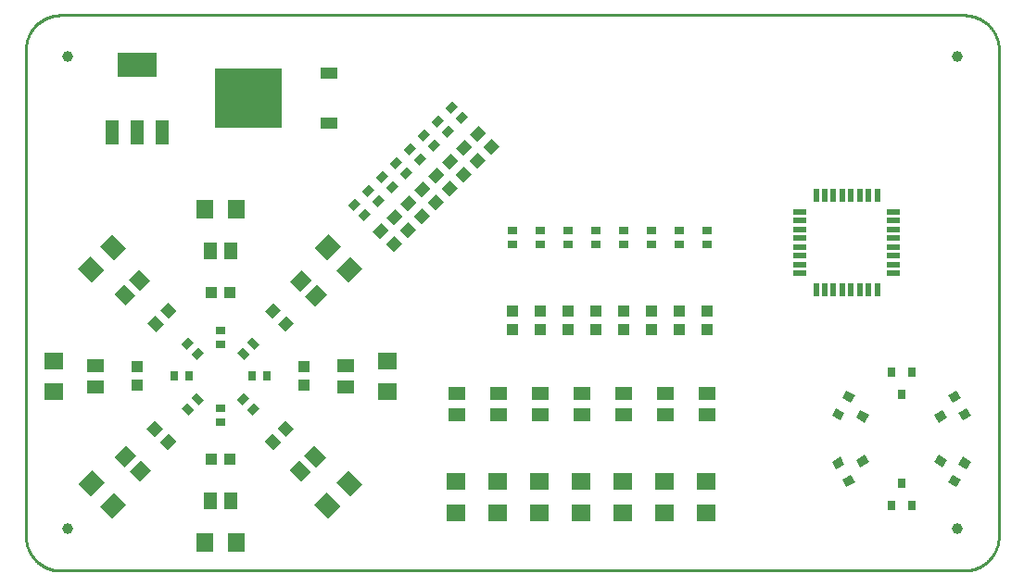
<source format=gbl>
G75*
%MOIN*%
%OFA0B0*%
%FSLAX25Y25*%
%IPPOS*%
%LPD*%
%AMOC8*
5,1,8,0,0,1.08239X$1,22.5*
%
%ADD10C,0.01000*%
%ADD11R,0.04800X0.08800*%
%ADD12R,0.14173X0.08661*%
%ADD13R,0.03150X0.03543*%
%ADD14R,0.06299X0.07098*%
%ADD15R,0.05118X0.05906*%
%ADD16R,0.03937X0.04331*%
%ADD17R,0.02756X0.03543*%
%ADD18R,0.07098X0.06299*%
%ADD19R,0.05906X0.05118*%
%ADD20R,0.04331X0.03937*%
%ADD21R,0.03543X0.02756*%
%ADD22C,0.03937*%
%ADD23R,0.05000X0.02200*%
%ADD24R,0.02200X0.05000*%
%ADD25R,0.06299X0.03937*%
%ADD26R,0.24409X0.21260*%
D10*
X0014000Y0001750D02*
X0339000Y0001750D01*
X0339302Y0001754D01*
X0339604Y0001765D01*
X0339905Y0001783D01*
X0340206Y0001808D01*
X0340507Y0001841D01*
X0340806Y0001881D01*
X0341104Y0001928D01*
X0341402Y0001983D01*
X0341697Y0002044D01*
X0341991Y0002113D01*
X0342284Y0002189D01*
X0342574Y0002272D01*
X0342863Y0002362D01*
X0343149Y0002459D01*
X0343433Y0002562D01*
X0343714Y0002673D01*
X0343992Y0002790D01*
X0344268Y0002914D01*
X0344540Y0003045D01*
X0344809Y0003182D01*
X0345075Y0003325D01*
X0345337Y0003475D01*
X0345596Y0003632D01*
X0345850Y0003794D01*
X0346101Y0003963D01*
X0346347Y0004137D01*
X0346590Y0004318D01*
X0346827Y0004504D01*
X0347061Y0004696D01*
X0347289Y0004894D01*
X0347513Y0005097D01*
X0347731Y0005305D01*
X0347945Y0005519D01*
X0348153Y0005737D01*
X0348356Y0005961D01*
X0348554Y0006189D01*
X0348746Y0006423D01*
X0348932Y0006660D01*
X0349113Y0006903D01*
X0349287Y0007149D01*
X0349456Y0007400D01*
X0349618Y0007654D01*
X0349775Y0007913D01*
X0349925Y0008175D01*
X0350068Y0008441D01*
X0350205Y0008710D01*
X0350336Y0008982D01*
X0350460Y0009258D01*
X0350577Y0009536D01*
X0350688Y0009817D01*
X0350791Y0010101D01*
X0350888Y0010387D01*
X0350978Y0010676D01*
X0351061Y0010966D01*
X0351137Y0011259D01*
X0351206Y0011553D01*
X0351267Y0011848D01*
X0351322Y0012146D01*
X0351369Y0012444D01*
X0351409Y0012743D01*
X0351442Y0013044D01*
X0351467Y0013345D01*
X0351485Y0013646D01*
X0351496Y0013948D01*
X0351500Y0014250D01*
X0351500Y0189250D01*
X0351496Y0189552D01*
X0351485Y0189854D01*
X0351467Y0190155D01*
X0351442Y0190456D01*
X0351409Y0190757D01*
X0351369Y0191056D01*
X0351322Y0191354D01*
X0351267Y0191652D01*
X0351206Y0191947D01*
X0351137Y0192241D01*
X0351061Y0192534D01*
X0350978Y0192824D01*
X0350888Y0193113D01*
X0350791Y0193399D01*
X0350688Y0193683D01*
X0350577Y0193964D01*
X0350460Y0194242D01*
X0350336Y0194518D01*
X0350205Y0194790D01*
X0350068Y0195059D01*
X0349925Y0195325D01*
X0349775Y0195587D01*
X0349618Y0195846D01*
X0349456Y0196100D01*
X0349287Y0196351D01*
X0349113Y0196597D01*
X0348932Y0196840D01*
X0348746Y0197077D01*
X0348554Y0197311D01*
X0348356Y0197539D01*
X0348153Y0197763D01*
X0347945Y0197981D01*
X0347731Y0198195D01*
X0347513Y0198403D01*
X0347289Y0198606D01*
X0347061Y0198804D01*
X0346827Y0198996D01*
X0346590Y0199182D01*
X0346347Y0199363D01*
X0346101Y0199537D01*
X0345850Y0199706D01*
X0345596Y0199868D01*
X0345337Y0200025D01*
X0345075Y0200175D01*
X0344809Y0200318D01*
X0344540Y0200455D01*
X0344268Y0200586D01*
X0343992Y0200710D01*
X0343714Y0200827D01*
X0343433Y0200938D01*
X0343149Y0201041D01*
X0342863Y0201138D01*
X0342574Y0201228D01*
X0342284Y0201311D01*
X0341991Y0201387D01*
X0341697Y0201456D01*
X0341402Y0201517D01*
X0341104Y0201572D01*
X0340806Y0201619D01*
X0340507Y0201659D01*
X0340206Y0201692D01*
X0339905Y0201717D01*
X0339604Y0201735D01*
X0339302Y0201746D01*
X0339000Y0201750D01*
X0014000Y0201750D01*
X0013698Y0201746D01*
X0013396Y0201735D01*
X0013095Y0201717D01*
X0012794Y0201692D01*
X0012493Y0201659D01*
X0012194Y0201619D01*
X0011896Y0201572D01*
X0011598Y0201517D01*
X0011303Y0201456D01*
X0011009Y0201387D01*
X0010716Y0201311D01*
X0010426Y0201228D01*
X0010137Y0201138D01*
X0009851Y0201041D01*
X0009567Y0200938D01*
X0009286Y0200827D01*
X0009008Y0200710D01*
X0008732Y0200586D01*
X0008460Y0200455D01*
X0008191Y0200318D01*
X0007925Y0200175D01*
X0007663Y0200025D01*
X0007404Y0199868D01*
X0007150Y0199706D01*
X0006899Y0199537D01*
X0006653Y0199363D01*
X0006410Y0199182D01*
X0006173Y0198996D01*
X0005939Y0198804D01*
X0005711Y0198606D01*
X0005487Y0198403D01*
X0005269Y0198195D01*
X0005055Y0197981D01*
X0004847Y0197763D01*
X0004644Y0197539D01*
X0004446Y0197311D01*
X0004254Y0197077D01*
X0004068Y0196840D01*
X0003887Y0196597D01*
X0003713Y0196351D01*
X0003544Y0196100D01*
X0003382Y0195846D01*
X0003225Y0195587D01*
X0003075Y0195325D01*
X0002932Y0195059D01*
X0002795Y0194790D01*
X0002664Y0194518D01*
X0002540Y0194242D01*
X0002423Y0193964D01*
X0002312Y0193683D01*
X0002209Y0193399D01*
X0002112Y0193113D01*
X0002022Y0192824D01*
X0001939Y0192534D01*
X0001863Y0192241D01*
X0001794Y0191947D01*
X0001733Y0191652D01*
X0001678Y0191354D01*
X0001631Y0191056D01*
X0001591Y0190757D01*
X0001558Y0190456D01*
X0001533Y0190155D01*
X0001515Y0189854D01*
X0001504Y0189552D01*
X0001500Y0189250D01*
X0001500Y0014250D01*
X0001504Y0013948D01*
X0001515Y0013646D01*
X0001533Y0013345D01*
X0001558Y0013044D01*
X0001591Y0012743D01*
X0001631Y0012444D01*
X0001678Y0012146D01*
X0001733Y0011848D01*
X0001794Y0011553D01*
X0001863Y0011259D01*
X0001939Y0010966D01*
X0002022Y0010676D01*
X0002112Y0010387D01*
X0002209Y0010101D01*
X0002312Y0009817D01*
X0002423Y0009536D01*
X0002540Y0009258D01*
X0002664Y0008982D01*
X0002795Y0008710D01*
X0002932Y0008441D01*
X0003075Y0008175D01*
X0003225Y0007913D01*
X0003382Y0007654D01*
X0003544Y0007400D01*
X0003713Y0007149D01*
X0003887Y0006903D01*
X0004068Y0006660D01*
X0004254Y0006423D01*
X0004446Y0006189D01*
X0004644Y0005961D01*
X0004847Y0005737D01*
X0005055Y0005519D01*
X0005269Y0005305D01*
X0005487Y0005097D01*
X0005711Y0004894D01*
X0005939Y0004696D01*
X0006173Y0004504D01*
X0006410Y0004318D01*
X0006653Y0004137D01*
X0006899Y0003963D01*
X0007150Y0003794D01*
X0007404Y0003632D01*
X0007663Y0003475D01*
X0007925Y0003325D01*
X0008191Y0003182D01*
X0008460Y0003045D01*
X0008732Y0002914D01*
X0009008Y0002790D01*
X0009286Y0002673D01*
X0009567Y0002562D01*
X0009851Y0002459D01*
X0010137Y0002362D01*
X0010426Y0002272D01*
X0010716Y0002189D01*
X0011009Y0002113D01*
X0011303Y0002044D01*
X0011598Y0001983D01*
X0011896Y0001928D01*
X0012194Y0001881D01*
X0012493Y0001841D01*
X0012794Y0001808D01*
X0013095Y0001783D01*
X0013396Y0001765D01*
X0013698Y0001754D01*
X0014000Y0001750D01*
D11*
X0032400Y0159550D03*
X0041500Y0159550D03*
X0050600Y0159550D03*
D12*
X0041500Y0183951D03*
D13*
G36*
X0296041Y0058457D02*
X0294466Y0055730D01*
X0291399Y0057501D01*
X0292974Y0060228D01*
X0296041Y0058457D01*
G37*
G36*
X0304731Y0057759D02*
X0303156Y0055032D01*
X0300089Y0056803D01*
X0301664Y0059530D01*
X0304731Y0057759D01*
G37*
G36*
X0299782Y0064936D02*
X0298207Y0062209D01*
X0295140Y0063980D01*
X0296715Y0066707D01*
X0299782Y0064936D01*
G37*
X0312760Y0073187D03*
X0320240Y0073187D03*
X0316500Y0065313D03*
G36*
X0329844Y0055032D02*
X0328269Y0057759D01*
X0331336Y0059530D01*
X0332911Y0056803D01*
X0329844Y0055032D01*
G37*
G36*
X0338534Y0055730D02*
X0336959Y0058457D01*
X0340026Y0060228D01*
X0341601Y0057501D01*
X0338534Y0055730D01*
G37*
G36*
X0334793Y0062209D02*
X0333218Y0064936D01*
X0336285Y0066707D01*
X0337860Y0063980D01*
X0334793Y0062209D01*
G37*
G36*
X0328269Y0040741D02*
X0329844Y0043468D01*
X0332911Y0041697D01*
X0331336Y0038970D01*
X0328269Y0040741D01*
G37*
G36*
X0333218Y0033564D02*
X0334793Y0036291D01*
X0337860Y0034520D01*
X0336285Y0031793D01*
X0333218Y0033564D01*
G37*
G36*
X0336959Y0040043D02*
X0338534Y0042770D01*
X0341601Y0040999D01*
X0340026Y0038272D01*
X0336959Y0040043D01*
G37*
X0316500Y0033187D03*
X0312760Y0025313D03*
X0320240Y0025313D03*
G36*
X0298207Y0036291D02*
X0299782Y0033564D01*
X0296715Y0031793D01*
X0295140Y0034520D01*
X0298207Y0036291D01*
G37*
G36*
X0294466Y0042770D02*
X0296041Y0040043D01*
X0292974Y0038272D01*
X0291399Y0040999D01*
X0294466Y0042770D01*
G37*
G36*
X0303156Y0043468D02*
X0304731Y0040741D01*
X0301664Y0038970D01*
X0300089Y0041697D01*
X0303156Y0043468D01*
G37*
D14*
G36*
X0122695Y0032927D02*
X0118241Y0028473D01*
X0113223Y0033491D01*
X0117677Y0037945D01*
X0122695Y0032927D01*
G37*
G36*
X0114777Y0025009D02*
X0110323Y0020555D01*
X0105305Y0025573D01*
X0109759Y0030027D01*
X0114777Y0025009D01*
G37*
X0077098Y0011750D03*
X0065902Y0011750D03*
G36*
X0032677Y0020555D02*
X0028223Y0025009D01*
X0033241Y0030027D01*
X0037695Y0025573D01*
X0032677Y0020555D01*
G37*
G36*
X0024759Y0028473D02*
X0020305Y0032927D01*
X0025323Y0037945D01*
X0029777Y0033491D01*
X0024759Y0028473D01*
G37*
G36*
X0020305Y0110573D02*
X0024759Y0115027D01*
X0029777Y0110009D01*
X0025323Y0105555D01*
X0020305Y0110573D01*
G37*
G36*
X0028223Y0118491D02*
X0032677Y0122945D01*
X0037695Y0117927D01*
X0033241Y0113473D01*
X0028223Y0118491D01*
G37*
X0065902Y0131750D03*
X0077098Y0131750D03*
G36*
X0110323Y0122945D02*
X0114777Y0118491D01*
X0109759Y0113473D01*
X0105305Y0117927D01*
X0110323Y0122945D01*
G37*
G36*
X0118241Y0115027D02*
X0122695Y0110573D01*
X0117677Y0105555D01*
X0113223Y0110009D01*
X0118241Y0115027D01*
G37*
D15*
G36*
X0100292Y0102212D02*
X0096673Y0105831D01*
X0100848Y0110006D01*
X0104467Y0106387D01*
X0100292Y0102212D01*
G37*
G36*
X0105581Y0096923D02*
X0101962Y0100542D01*
X0106137Y0104717D01*
X0109756Y0101098D01*
X0105581Y0096923D01*
G37*
X0075240Y0116750D03*
X0067760Y0116750D03*
G36*
X0038533Y0106637D02*
X0042152Y0110256D01*
X0046327Y0106081D01*
X0042708Y0102462D01*
X0038533Y0106637D01*
G37*
G36*
X0033244Y0101348D02*
X0036863Y0104967D01*
X0041038Y0100792D01*
X0037419Y0097173D01*
X0033244Y0101348D01*
G37*
G36*
X0037669Y0046827D02*
X0041288Y0043208D01*
X0037113Y0039033D01*
X0033494Y0042652D01*
X0037669Y0046827D01*
G37*
G36*
X0042958Y0041538D02*
X0046577Y0037919D01*
X0042402Y0033744D01*
X0038783Y0037363D01*
X0042958Y0041538D01*
G37*
X0067760Y0026750D03*
X0075240Y0026750D03*
G36*
X0104217Y0037363D02*
X0100598Y0033744D01*
X0096423Y0037919D01*
X0100042Y0041538D01*
X0104217Y0037363D01*
G37*
G36*
X0109506Y0042652D02*
X0105887Y0039033D01*
X0101712Y0043208D01*
X0105331Y0046827D01*
X0109506Y0042652D01*
G37*
D16*
G36*
X0098038Y0052727D02*
X0095255Y0049944D01*
X0092194Y0053005D01*
X0094977Y0055788D01*
X0098038Y0052727D01*
G37*
G36*
X0093306Y0047995D02*
X0090523Y0045212D01*
X0087462Y0048273D01*
X0090245Y0051056D01*
X0093306Y0047995D01*
G37*
X0074846Y0041750D03*
X0068154Y0041750D03*
G36*
X0052477Y0045212D02*
X0049694Y0047995D01*
X0052755Y0051056D01*
X0055538Y0048273D01*
X0052477Y0045212D01*
G37*
G36*
X0047745Y0049944D02*
X0044962Y0052727D01*
X0048023Y0055788D01*
X0050806Y0053005D01*
X0047745Y0049944D01*
G37*
G36*
X0045212Y0090773D02*
X0047995Y0093556D01*
X0051056Y0090495D01*
X0048273Y0087712D01*
X0045212Y0090773D01*
G37*
G36*
X0049944Y0095505D02*
X0052727Y0098288D01*
X0055788Y0095227D01*
X0053005Y0092444D01*
X0049944Y0095505D01*
G37*
X0068154Y0101750D03*
X0074846Y0101750D03*
G36*
X0090523Y0098288D02*
X0093306Y0095505D01*
X0090245Y0092444D01*
X0087462Y0095227D01*
X0090523Y0098288D01*
G37*
G36*
X0095255Y0093556D02*
X0098038Y0090773D01*
X0094977Y0087712D01*
X0092194Y0090495D01*
X0095255Y0093556D01*
G37*
G36*
X0134005Y0122306D02*
X0136788Y0119523D01*
X0133727Y0116462D01*
X0130944Y0119245D01*
X0134005Y0122306D01*
G37*
G36*
X0129273Y0127038D02*
X0132056Y0124255D01*
X0128995Y0121194D01*
X0126212Y0123977D01*
X0129273Y0127038D01*
G37*
G36*
X0134273Y0132038D02*
X0137056Y0129255D01*
X0133995Y0126194D01*
X0131212Y0128977D01*
X0134273Y0132038D01*
G37*
G36*
X0139273Y0137038D02*
X0142056Y0134255D01*
X0138995Y0131194D01*
X0136212Y0133977D01*
X0139273Y0137038D01*
G37*
G36*
X0144273Y0142038D02*
X0147056Y0139255D01*
X0143995Y0136194D01*
X0141212Y0138977D01*
X0144273Y0142038D01*
G37*
G36*
X0149273Y0147038D02*
X0152056Y0144255D01*
X0148995Y0141194D01*
X0146212Y0143977D01*
X0149273Y0147038D01*
G37*
G36*
X0154273Y0152038D02*
X0157056Y0149255D01*
X0153995Y0146194D01*
X0151212Y0148977D01*
X0154273Y0152038D01*
G37*
G36*
X0159273Y0157038D02*
X0162056Y0154255D01*
X0158995Y0151194D01*
X0156212Y0153977D01*
X0159273Y0157038D01*
G37*
G36*
X0164273Y0162038D02*
X0167056Y0159255D01*
X0163995Y0156194D01*
X0161212Y0158977D01*
X0164273Y0162038D01*
G37*
G36*
X0169005Y0157306D02*
X0171788Y0154523D01*
X0168727Y0151462D01*
X0165944Y0154245D01*
X0169005Y0157306D01*
G37*
G36*
X0164005Y0152306D02*
X0166788Y0149523D01*
X0163727Y0146462D01*
X0160944Y0149245D01*
X0164005Y0152306D01*
G37*
G36*
X0159005Y0147306D02*
X0161788Y0144523D01*
X0158727Y0141462D01*
X0155944Y0144245D01*
X0159005Y0147306D01*
G37*
G36*
X0154005Y0142306D02*
X0156788Y0139523D01*
X0153727Y0136462D01*
X0150944Y0139245D01*
X0154005Y0142306D01*
G37*
G36*
X0149005Y0137306D02*
X0151788Y0134523D01*
X0148727Y0131462D01*
X0145944Y0134245D01*
X0149005Y0137306D01*
G37*
G36*
X0144005Y0132306D02*
X0146788Y0129523D01*
X0143727Y0126462D01*
X0140944Y0129245D01*
X0144005Y0132306D01*
G37*
G36*
X0139005Y0127306D02*
X0141788Y0124523D01*
X0138727Y0121462D01*
X0135944Y0124245D01*
X0139005Y0127306D01*
G37*
D17*
G36*
X0128033Y0132714D02*
X0126084Y0134663D01*
X0128587Y0137166D01*
X0130536Y0135217D01*
X0128033Y0132714D01*
G37*
G36*
X0123033Y0127714D02*
X0121084Y0129663D01*
X0123587Y0132166D01*
X0125536Y0130217D01*
X0123033Y0127714D01*
G37*
G36*
X0119413Y0131334D02*
X0117464Y0133283D01*
X0119967Y0135786D01*
X0121916Y0133837D01*
X0119413Y0131334D01*
G37*
G36*
X0124413Y0136334D02*
X0122464Y0138283D01*
X0124967Y0140786D01*
X0126916Y0138837D01*
X0124413Y0136334D01*
G37*
G36*
X0133033Y0137714D02*
X0131084Y0139663D01*
X0133587Y0142166D01*
X0135536Y0140217D01*
X0133033Y0137714D01*
G37*
G36*
X0129413Y0141334D02*
X0127464Y0143283D01*
X0129967Y0145786D01*
X0131916Y0143837D01*
X0129413Y0141334D01*
G37*
G36*
X0138033Y0142714D02*
X0136084Y0144663D01*
X0138587Y0147166D01*
X0140536Y0145217D01*
X0138033Y0142714D01*
G37*
G36*
X0134413Y0146334D02*
X0132464Y0148283D01*
X0134967Y0150786D01*
X0136916Y0148837D01*
X0134413Y0146334D01*
G37*
G36*
X0143033Y0147714D02*
X0141084Y0149663D01*
X0143587Y0152166D01*
X0145536Y0150217D01*
X0143033Y0147714D01*
G37*
G36*
X0139413Y0151334D02*
X0137464Y0153283D01*
X0139967Y0155786D01*
X0141916Y0153837D01*
X0139413Y0151334D01*
G37*
G36*
X0148033Y0152714D02*
X0146084Y0154663D01*
X0148587Y0157166D01*
X0150536Y0155217D01*
X0148033Y0152714D01*
G37*
G36*
X0144413Y0156334D02*
X0142464Y0158283D01*
X0144967Y0160786D01*
X0146916Y0158837D01*
X0144413Y0156334D01*
G37*
G36*
X0153033Y0157714D02*
X0151084Y0159663D01*
X0153587Y0162166D01*
X0155536Y0160217D01*
X0153033Y0157714D01*
G37*
G36*
X0149413Y0161334D02*
X0147464Y0163283D01*
X0149967Y0165786D01*
X0151916Y0163837D01*
X0149413Y0161334D01*
G37*
G36*
X0158033Y0162714D02*
X0156084Y0164663D01*
X0158587Y0167166D01*
X0160536Y0165217D01*
X0158033Y0162714D01*
G37*
G36*
X0154413Y0166334D02*
X0152464Y0168283D01*
X0154967Y0170786D01*
X0156916Y0168837D01*
X0154413Y0166334D01*
G37*
G36*
X0081084Y0083837D02*
X0083033Y0085786D01*
X0085536Y0083283D01*
X0083587Y0081334D01*
X0081084Y0083837D01*
G37*
G36*
X0077464Y0080217D02*
X0079413Y0082166D01*
X0081916Y0079663D01*
X0079967Y0077714D01*
X0077464Y0080217D01*
G37*
X0082941Y0071750D03*
X0088059Y0071750D03*
G36*
X0079967Y0065786D02*
X0081916Y0063837D01*
X0079413Y0061334D01*
X0077464Y0063283D01*
X0079967Y0065786D01*
G37*
G36*
X0083587Y0062166D02*
X0085536Y0060217D01*
X0083033Y0057714D01*
X0081084Y0059663D01*
X0083587Y0062166D01*
G37*
G36*
X0061084Y0063837D02*
X0063033Y0065786D01*
X0065536Y0063283D01*
X0063587Y0061334D01*
X0061084Y0063837D01*
G37*
G36*
X0057464Y0060217D02*
X0059413Y0062166D01*
X0061916Y0059663D01*
X0059967Y0057714D01*
X0057464Y0060217D01*
G37*
X0054941Y0071750D03*
X0060059Y0071750D03*
G36*
X0063587Y0082166D02*
X0065536Y0080217D01*
X0063033Y0077714D01*
X0061084Y0079663D01*
X0063587Y0082166D01*
G37*
G36*
X0059967Y0085786D02*
X0061916Y0083837D01*
X0059413Y0081334D01*
X0057464Y0083283D01*
X0059967Y0085786D01*
G37*
D18*
X0011500Y0077348D03*
X0011500Y0066152D03*
X0131500Y0066152D03*
X0131500Y0077348D03*
X0156250Y0033848D03*
X0171250Y0033848D03*
X0186250Y0033848D03*
X0186250Y0022652D03*
X0171250Y0022652D03*
X0156250Y0022652D03*
X0201250Y0022652D03*
X0216250Y0022652D03*
X0231250Y0022652D03*
X0246250Y0022652D03*
X0246250Y0033848D03*
X0231250Y0033848D03*
X0216250Y0033848D03*
X0201250Y0033848D03*
D19*
X0201500Y0058010D03*
X0201500Y0065490D03*
X0216500Y0065490D03*
X0216500Y0058010D03*
X0231500Y0058010D03*
X0231500Y0065490D03*
X0246500Y0065490D03*
X0246500Y0058010D03*
X0186500Y0058010D03*
X0186500Y0065490D03*
X0171500Y0065490D03*
X0171500Y0058010D03*
X0156500Y0058010D03*
X0156500Y0065490D03*
X0116500Y0068010D03*
X0116500Y0075490D03*
X0026500Y0075490D03*
X0026500Y0068010D03*
D20*
X0041500Y0068404D03*
X0041500Y0075096D03*
X0101500Y0075096D03*
X0101500Y0068404D03*
X0176500Y0088404D03*
X0186500Y0088404D03*
X0186500Y0095096D03*
X0176500Y0095096D03*
X0196500Y0095096D03*
X0196500Y0088404D03*
X0206500Y0088404D03*
X0206500Y0095096D03*
X0216500Y0095096D03*
X0216500Y0088404D03*
X0226500Y0088404D03*
X0236500Y0088404D03*
X0236500Y0095096D03*
X0226500Y0095096D03*
X0246500Y0095096D03*
X0246500Y0088404D03*
D21*
X0246500Y0119191D03*
X0246500Y0124309D03*
X0236500Y0124309D03*
X0226500Y0124309D03*
X0226500Y0119191D03*
X0236500Y0119191D03*
X0216500Y0119191D03*
X0216500Y0124309D03*
X0206500Y0124309D03*
X0206500Y0119191D03*
X0196500Y0119191D03*
X0196500Y0124309D03*
X0186500Y0124309D03*
X0176500Y0124309D03*
X0176500Y0119191D03*
X0186500Y0119191D03*
X0071500Y0088309D03*
X0071500Y0083191D03*
X0071500Y0060309D03*
X0071500Y0055191D03*
D22*
X0016500Y0016750D03*
X0016500Y0186750D03*
X0336500Y0186750D03*
X0336500Y0016750D03*
D23*
X0313676Y0108837D03*
X0313676Y0111986D03*
X0313676Y0115136D03*
X0313676Y0118285D03*
X0313676Y0121435D03*
X0313676Y0124585D03*
X0313676Y0127734D03*
X0313676Y0130884D03*
X0279876Y0130884D03*
X0279876Y0127734D03*
X0279876Y0124585D03*
X0279876Y0121435D03*
X0279876Y0118285D03*
X0279876Y0115136D03*
X0279876Y0111986D03*
X0279876Y0108837D03*
D24*
X0285752Y0102960D03*
X0288902Y0102960D03*
X0292051Y0102960D03*
X0295201Y0102960D03*
X0298350Y0102960D03*
X0301500Y0102960D03*
X0304650Y0102960D03*
X0307799Y0102960D03*
X0307799Y0136760D03*
X0304650Y0136760D03*
X0301500Y0136760D03*
X0298350Y0136760D03*
X0295201Y0136760D03*
X0292051Y0136760D03*
X0288902Y0136760D03*
X0285752Y0136760D03*
D25*
X0110398Y0162774D03*
X0110398Y0180726D03*
D26*
X0081657Y0171750D03*
M02*

</source>
